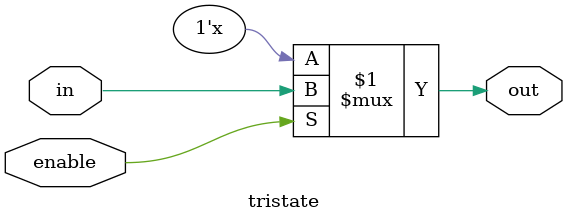
<source format=v>
module tristate (out, in, enable);
output out ;
input  in ;
input enable ;
	bufif1  drv_x (out, in, enable);
endmodule
</source>
